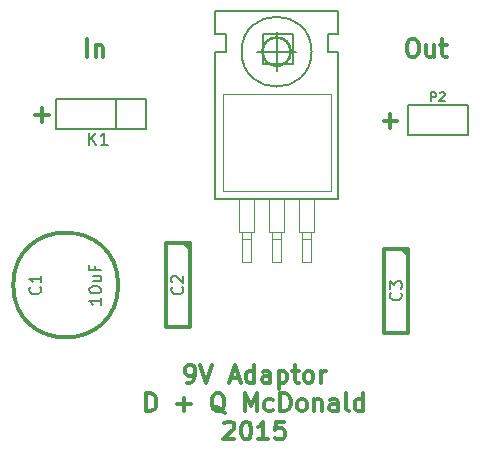
<source format=gto>
%FSLAX34Y34*%
G04 Gerber Fmt 3.4, Leading zero omitted, Abs format*
G04 (created by PCBNEW (2014-02-26 BZR 4721)-product) date Monday, 26 January 2015 19:07:00*
%MOIN*%
G01*
G70*
G90*
G04 APERTURE LIST*
%ADD10C,0.005906*%
%ADD11C,0.011811*%
%ADD12C,0.012000*%
%ADD13C,0.006000*%
%ADD14C,0.002600*%
%ADD15C,0.005000*%
%ADD16C,0.002000*%
%ADD17C,0.002500*%
%ADD18C,0.008000*%
G04 APERTURE END LIST*
G54D10*
G54D11*
X76279Y-41408D02*
X76392Y-41408D01*
X76448Y-41437D01*
X76504Y-41493D01*
X76532Y-41605D01*
X76532Y-41802D01*
X76504Y-41915D01*
X76448Y-41971D01*
X76392Y-41999D01*
X76279Y-41999D01*
X76223Y-41971D01*
X76167Y-41915D01*
X76138Y-41802D01*
X76138Y-41605D01*
X76167Y-41493D01*
X76223Y-41437D01*
X76279Y-41408D01*
X77038Y-41605D02*
X77038Y-41999D01*
X76785Y-41605D02*
X76785Y-41915D01*
X76813Y-41971D01*
X76870Y-41999D01*
X76954Y-41999D01*
X77010Y-41971D01*
X77038Y-41943D01*
X77235Y-41605D02*
X77460Y-41605D01*
X77320Y-41408D02*
X77320Y-41915D01*
X77348Y-41971D01*
X77404Y-41999D01*
X77460Y-41999D01*
X65480Y-41999D02*
X65480Y-41408D01*
X65762Y-41605D02*
X65762Y-41999D01*
X65762Y-41661D02*
X65790Y-41633D01*
X65846Y-41605D01*
X65930Y-41605D01*
X65987Y-41633D01*
X66015Y-41690D01*
X66015Y-41999D01*
X75365Y-44136D02*
X75815Y-44136D01*
X75590Y-44361D02*
X75590Y-43911D01*
X63751Y-43939D02*
X64201Y-43939D01*
X63976Y-44164D02*
X63976Y-43714D01*
X68799Y-52865D02*
X68911Y-52865D01*
X68967Y-52837D01*
X68996Y-52809D01*
X69052Y-52724D01*
X69080Y-52612D01*
X69080Y-52387D01*
X69052Y-52331D01*
X69024Y-52303D01*
X68967Y-52275D01*
X68855Y-52275D01*
X68799Y-52303D01*
X68771Y-52331D01*
X68742Y-52387D01*
X68742Y-52528D01*
X68771Y-52584D01*
X68799Y-52612D01*
X68855Y-52640D01*
X68967Y-52640D01*
X69024Y-52612D01*
X69052Y-52584D01*
X69080Y-52528D01*
X69249Y-52275D02*
X69446Y-52865D01*
X69642Y-52275D01*
X70261Y-52696D02*
X70542Y-52696D01*
X70205Y-52865D02*
X70402Y-52275D01*
X70598Y-52865D01*
X71048Y-52865D02*
X71048Y-52275D01*
X71048Y-52837D02*
X70992Y-52865D01*
X70880Y-52865D01*
X70823Y-52837D01*
X70795Y-52809D01*
X70767Y-52753D01*
X70767Y-52584D01*
X70795Y-52528D01*
X70823Y-52500D01*
X70880Y-52471D01*
X70992Y-52471D01*
X71048Y-52500D01*
X71583Y-52865D02*
X71583Y-52556D01*
X71555Y-52500D01*
X71498Y-52471D01*
X71386Y-52471D01*
X71330Y-52500D01*
X71583Y-52837D02*
X71526Y-52865D01*
X71386Y-52865D01*
X71330Y-52837D01*
X71302Y-52781D01*
X71302Y-52724D01*
X71330Y-52668D01*
X71386Y-52640D01*
X71526Y-52640D01*
X71583Y-52612D01*
X71864Y-52471D02*
X71864Y-53062D01*
X71864Y-52500D02*
X71920Y-52471D01*
X72033Y-52471D01*
X72089Y-52500D01*
X72117Y-52528D01*
X72145Y-52584D01*
X72145Y-52753D01*
X72117Y-52809D01*
X72089Y-52837D01*
X72033Y-52865D01*
X71920Y-52865D01*
X71864Y-52837D01*
X72314Y-52471D02*
X72539Y-52471D01*
X72398Y-52275D02*
X72398Y-52781D01*
X72426Y-52837D01*
X72483Y-52865D01*
X72539Y-52865D01*
X72820Y-52865D02*
X72764Y-52837D01*
X72736Y-52809D01*
X72708Y-52753D01*
X72708Y-52584D01*
X72736Y-52528D01*
X72764Y-52500D01*
X72820Y-52471D01*
X72904Y-52471D01*
X72961Y-52500D01*
X72989Y-52528D01*
X73017Y-52584D01*
X73017Y-52753D01*
X72989Y-52809D01*
X72961Y-52837D01*
X72904Y-52865D01*
X72820Y-52865D01*
X73270Y-52865D02*
X73270Y-52471D01*
X73270Y-52584D02*
X73298Y-52528D01*
X73326Y-52500D01*
X73383Y-52471D01*
X73439Y-52471D01*
X67449Y-53810D02*
X67449Y-53219D01*
X67589Y-53219D01*
X67674Y-53248D01*
X67730Y-53304D01*
X67758Y-53360D01*
X67786Y-53473D01*
X67786Y-53557D01*
X67758Y-53669D01*
X67730Y-53726D01*
X67674Y-53782D01*
X67589Y-53810D01*
X67449Y-53810D01*
X68489Y-53585D02*
X68939Y-53585D01*
X68714Y-53810D02*
X68714Y-53360D01*
X70064Y-53866D02*
X70008Y-53838D01*
X69952Y-53782D01*
X69867Y-53697D01*
X69811Y-53669D01*
X69755Y-53669D01*
X69783Y-53810D02*
X69727Y-53782D01*
X69670Y-53726D01*
X69642Y-53613D01*
X69642Y-53416D01*
X69670Y-53304D01*
X69727Y-53248D01*
X69783Y-53219D01*
X69895Y-53219D01*
X69952Y-53248D01*
X70008Y-53304D01*
X70036Y-53416D01*
X70036Y-53613D01*
X70008Y-53726D01*
X69952Y-53782D01*
X69895Y-53810D01*
X69783Y-53810D01*
X70739Y-53810D02*
X70739Y-53219D01*
X70936Y-53641D01*
X71133Y-53219D01*
X71133Y-53810D01*
X71667Y-53782D02*
X71611Y-53810D01*
X71498Y-53810D01*
X71442Y-53782D01*
X71414Y-53754D01*
X71386Y-53697D01*
X71386Y-53529D01*
X71414Y-53473D01*
X71442Y-53444D01*
X71498Y-53416D01*
X71611Y-53416D01*
X71667Y-53444D01*
X71920Y-53810D02*
X71920Y-53219D01*
X72061Y-53219D01*
X72145Y-53248D01*
X72201Y-53304D01*
X72230Y-53360D01*
X72258Y-53473D01*
X72258Y-53557D01*
X72230Y-53669D01*
X72201Y-53726D01*
X72145Y-53782D01*
X72061Y-53810D01*
X71920Y-53810D01*
X72595Y-53810D02*
X72539Y-53782D01*
X72511Y-53754D01*
X72483Y-53697D01*
X72483Y-53529D01*
X72511Y-53473D01*
X72539Y-53444D01*
X72595Y-53416D01*
X72679Y-53416D01*
X72736Y-53444D01*
X72764Y-53473D01*
X72792Y-53529D01*
X72792Y-53697D01*
X72764Y-53754D01*
X72736Y-53782D01*
X72679Y-53810D01*
X72595Y-53810D01*
X73045Y-53416D02*
X73045Y-53810D01*
X73045Y-53473D02*
X73073Y-53444D01*
X73129Y-53416D01*
X73214Y-53416D01*
X73270Y-53444D01*
X73298Y-53501D01*
X73298Y-53810D01*
X73832Y-53810D02*
X73832Y-53501D01*
X73804Y-53444D01*
X73748Y-53416D01*
X73636Y-53416D01*
X73579Y-53444D01*
X73832Y-53782D02*
X73776Y-53810D01*
X73636Y-53810D01*
X73579Y-53782D01*
X73551Y-53726D01*
X73551Y-53669D01*
X73579Y-53613D01*
X73636Y-53585D01*
X73776Y-53585D01*
X73832Y-53557D01*
X74198Y-53810D02*
X74142Y-53782D01*
X74114Y-53726D01*
X74114Y-53219D01*
X74676Y-53810D02*
X74676Y-53219D01*
X74676Y-53782D02*
X74620Y-53810D01*
X74507Y-53810D01*
X74451Y-53782D01*
X74423Y-53754D01*
X74395Y-53697D01*
X74395Y-53529D01*
X74423Y-53473D01*
X74451Y-53444D01*
X74507Y-53416D01*
X74620Y-53416D01*
X74676Y-53444D01*
X70050Y-54221D02*
X70078Y-54192D01*
X70134Y-54164D01*
X70275Y-54164D01*
X70331Y-54192D01*
X70359Y-54221D01*
X70388Y-54277D01*
X70388Y-54333D01*
X70359Y-54417D01*
X70022Y-54755D01*
X70388Y-54755D01*
X70753Y-54164D02*
X70809Y-54164D01*
X70866Y-54192D01*
X70894Y-54221D01*
X70922Y-54277D01*
X70950Y-54389D01*
X70950Y-54530D01*
X70922Y-54642D01*
X70894Y-54699D01*
X70866Y-54727D01*
X70809Y-54755D01*
X70753Y-54755D01*
X70697Y-54727D01*
X70669Y-54699D01*
X70641Y-54642D01*
X70613Y-54530D01*
X70613Y-54389D01*
X70641Y-54277D01*
X70669Y-54221D01*
X70697Y-54192D01*
X70753Y-54164D01*
X71512Y-54755D02*
X71175Y-54755D01*
X71344Y-54755D02*
X71344Y-54164D01*
X71287Y-54249D01*
X71231Y-54305D01*
X71175Y-54333D01*
X72047Y-54164D02*
X71766Y-54164D01*
X71737Y-54446D01*
X71766Y-54417D01*
X71822Y-54389D01*
X71962Y-54389D01*
X72019Y-54417D01*
X72047Y-54446D01*
X72075Y-54502D01*
X72075Y-54642D01*
X72047Y-54699D01*
X72019Y-54727D01*
X71962Y-54755D01*
X71822Y-54755D01*
X71766Y-54727D01*
X71737Y-54699D01*
G54D12*
X68903Y-48206D02*
X68903Y-51006D01*
X68903Y-51006D02*
X68103Y-51006D01*
X68103Y-51006D02*
X68103Y-48206D01*
X68103Y-48206D02*
X68903Y-48206D01*
X68703Y-48206D02*
X68903Y-48406D01*
X76187Y-48403D02*
X76187Y-51203D01*
X76187Y-51203D02*
X75387Y-51203D01*
X75387Y-51203D02*
X75387Y-48403D01*
X75387Y-48403D02*
X76187Y-48403D01*
X75987Y-48403D02*
X76187Y-48603D01*
G54D13*
X76165Y-44594D02*
X76165Y-43594D01*
X76165Y-43594D02*
X78165Y-43594D01*
X78165Y-43594D02*
X78165Y-44594D01*
X78165Y-44594D02*
X76165Y-44594D01*
G54D14*
X72642Y-48079D02*
X72942Y-48079D01*
X72942Y-48079D02*
X72942Y-47829D01*
X72642Y-47829D02*
X72942Y-47829D01*
X72642Y-48079D02*
X72642Y-47829D01*
X71642Y-48079D02*
X71942Y-48079D01*
X71942Y-48079D02*
X71942Y-47829D01*
X71642Y-47829D02*
X71942Y-47829D01*
X71642Y-48079D02*
X71642Y-47829D01*
X70642Y-48079D02*
X70942Y-48079D01*
X70942Y-48079D02*
X70942Y-47829D01*
X70642Y-47829D02*
X70942Y-47829D01*
X70642Y-48079D02*
X70642Y-47829D01*
X70542Y-47829D02*
X71042Y-47829D01*
X71042Y-47829D02*
X71042Y-46729D01*
X70542Y-46729D02*
X71042Y-46729D01*
X70542Y-47829D02*
X70542Y-46729D01*
X71542Y-47829D02*
X72042Y-47829D01*
X72042Y-47829D02*
X72042Y-46729D01*
X71542Y-46729D02*
X72042Y-46729D01*
X71542Y-47829D02*
X71542Y-46729D01*
X72542Y-47829D02*
X73042Y-47829D01*
X73042Y-47829D02*
X73042Y-46729D01*
X72542Y-46729D02*
X73042Y-46729D01*
X72542Y-47829D02*
X72542Y-46729D01*
X70642Y-48829D02*
X70942Y-48829D01*
X70942Y-48829D02*
X70942Y-48079D01*
X70642Y-48079D02*
X70942Y-48079D01*
X70642Y-48829D02*
X70642Y-48079D01*
X71642Y-48829D02*
X71942Y-48829D01*
X71942Y-48829D02*
X71942Y-48079D01*
X71642Y-48079D02*
X71942Y-48079D01*
X71642Y-48829D02*
X71642Y-48079D01*
X72642Y-48829D02*
X72942Y-48829D01*
X72942Y-48829D02*
X72942Y-48079D01*
X72642Y-48079D02*
X72942Y-48079D01*
X72642Y-48829D02*
X72642Y-48079D01*
G54D15*
X69742Y-46729D02*
X73842Y-46729D01*
X73842Y-40479D02*
X69742Y-40479D01*
X73842Y-46729D02*
X73842Y-41829D01*
X73842Y-41829D02*
X73492Y-41829D01*
X73492Y-41829D02*
X73492Y-41229D01*
X73492Y-41229D02*
X73842Y-41229D01*
X73842Y-41229D02*
X73842Y-40479D01*
X69742Y-46729D02*
X69742Y-41829D01*
X69742Y-41829D02*
X70092Y-41829D01*
X70092Y-41829D02*
X70092Y-41229D01*
X70092Y-41229D02*
X69742Y-41229D01*
X69742Y-41229D02*
X69742Y-40479D01*
G54D16*
X69992Y-46479D02*
X73592Y-46479D01*
X73592Y-43229D02*
X73592Y-46479D01*
X73592Y-43229D02*
X69992Y-43229D01*
X69992Y-46479D02*
X69992Y-43229D01*
G54D17*
X72292Y-41829D02*
G75*
G03X72292Y-41829I-500J0D01*
G74*
G01*
G54D10*
X72958Y-41829D02*
G75*
G03X72958Y-41829I-1166J0D01*
G74*
G01*
X72958Y-41829D02*
G75*
G03X72958Y-41829I-1166J0D01*
G74*
G01*
G54D15*
X72251Y-41829D02*
G75*
G03X72251Y-41829I-459J0D01*
G74*
G01*
X71142Y-41829D02*
X72442Y-41829D01*
X71792Y-42479D02*
X71792Y-41179D01*
G54D12*
X66513Y-49606D02*
G75*
G03X66513Y-49606I-1749J0D01*
G74*
G01*
G54D13*
X67444Y-43397D02*
X67444Y-44397D01*
X67444Y-44397D02*
X64444Y-44397D01*
X64444Y-44397D02*
X64444Y-43397D01*
X64444Y-43397D02*
X67444Y-43397D01*
X66444Y-44397D02*
X66444Y-43397D01*
X72350Y-42232D02*
X71350Y-42232D01*
X71350Y-41232D02*
X72350Y-41232D01*
X71350Y-42232D02*
X71350Y-41232D01*
X72350Y-41232D02*
X72350Y-42232D01*
G54D18*
X68646Y-49672D02*
X68665Y-49692D01*
X68684Y-49749D01*
X68684Y-49787D01*
X68665Y-49844D01*
X68627Y-49882D01*
X68589Y-49901D01*
X68513Y-49920D01*
X68456Y-49920D01*
X68380Y-49901D01*
X68342Y-49882D01*
X68303Y-49844D01*
X68284Y-49787D01*
X68284Y-49749D01*
X68303Y-49692D01*
X68322Y-49672D01*
X68322Y-49520D02*
X68303Y-49501D01*
X68284Y-49463D01*
X68284Y-49368D01*
X68303Y-49330D01*
X68322Y-49311D01*
X68361Y-49292D01*
X68399Y-49292D01*
X68456Y-49311D01*
X68684Y-49539D01*
X68684Y-49292D01*
X75930Y-49869D02*
X75949Y-49888D01*
X75968Y-49946D01*
X75968Y-49984D01*
X75949Y-50041D01*
X75911Y-50079D01*
X75873Y-50098D01*
X75796Y-50117D01*
X75739Y-50117D01*
X75663Y-50098D01*
X75625Y-50079D01*
X75587Y-50041D01*
X75568Y-49984D01*
X75568Y-49946D01*
X75587Y-49888D01*
X75606Y-49869D01*
X75568Y-49736D02*
X75568Y-49488D01*
X75720Y-49622D01*
X75720Y-49565D01*
X75739Y-49526D01*
X75758Y-49507D01*
X75796Y-49488D01*
X75892Y-49488D01*
X75930Y-49507D01*
X75949Y-49526D01*
X75968Y-49565D01*
X75968Y-49679D01*
X75949Y-49717D01*
X75930Y-49736D01*
G54D13*
X76943Y-43480D02*
X76943Y-43180D01*
X77058Y-43180D01*
X77086Y-43194D01*
X77101Y-43208D01*
X77115Y-43237D01*
X77115Y-43280D01*
X77101Y-43308D01*
X77086Y-43323D01*
X77058Y-43337D01*
X76943Y-43337D01*
X77229Y-43208D02*
X77243Y-43194D01*
X77272Y-43180D01*
X77343Y-43180D01*
X77372Y-43194D01*
X77386Y-43208D01*
X77401Y-43237D01*
X77401Y-43265D01*
X77386Y-43308D01*
X77215Y-43480D01*
X77401Y-43480D01*
G54D18*
X63906Y-49672D02*
X63925Y-49692D01*
X63944Y-49749D01*
X63944Y-49787D01*
X63925Y-49844D01*
X63887Y-49882D01*
X63849Y-49901D01*
X63773Y-49920D01*
X63716Y-49920D01*
X63639Y-49901D01*
X63601Y-49882D01*
X63563Y-49844D01*
X63544Y-49787D01*
X63544Y-49749D01*
X63563Y-49692D01*
X63582Y-49672D01*
X63944Y-49292D02*
X63944Y-49520D01*
X63944Y-49406D02*
X63544Y-49406D01*
X63601Y-49444D01*
X63639Y-49482D01*
X63659Y-49520D01*
X65944Y-50034D02*
X65944Y-50263D01*
X65944Y-50149D02*
X65544Y-50149D01*
X65601Y-50187D01*
X65639Y-50225D01*
X65659Y-50263D01*
X65544Y-49787D02*
X65544Y-49749D01*
X65563Y-49711D01*
X65582Y-49692D01*
X65620Y-49672D01*
X65697Y-49653D01*
X65792Y-49653D01*
X65868Y-49672D01*
X65906Y-49692D01*
X65925Y-49711D01*
X65944Y-49749D01*
X65944Y-49787D01*
X65925Y-49825D01*
X65906Y-49844D01*
X65868Y-49863D01*
X65792Y-49882D01*
X65697Y-49882D01*
X65620Y-49863D01*
X65582Y-49844D01*
X65563Y-49825D01*
X65544Y-49787D01*
X65678Y-49311D02*
X65944Y-49311D01*
X65678Y-49482D02*
X65887Y-49482D01*
X65925Y-49463D01*
X65944Y-49425D01*
X65944Y-49368D01*
X65925Y-49330D01*
X65906Y-49311D01*
X65735Y-48987D02*
X65735Y-49120D01*
X65944Y-49120D02*
X65544Y-49120D01*
X65544Y-48930D01*
G54D13*
X65549Y-44928D02*
X65549Y-44528D01*
X65778Y-44928D02*
X65606Y-44700D01*
X65778Y-44528D02*
X65549Y-44757D01*
X66159Y-44928D02*
X65930Y-44928D01*
X66044Y-44928D02*
X66044Y-44528D01*
X66006Y-44585D01*
X65968Y-44623D01*
X65930Y-44642D01*
M02*

</source>
